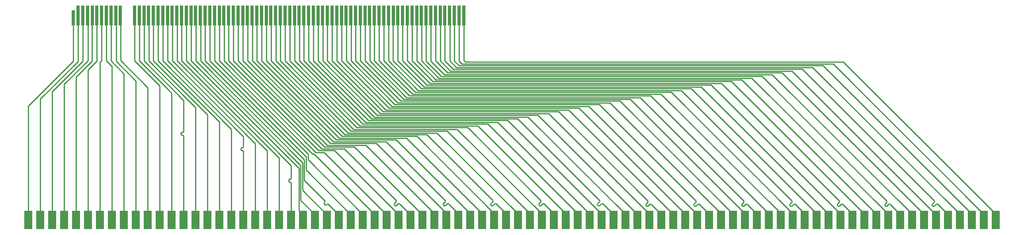
<source format=gtl>
%TF.GenerationSoftware,KiCad,Pcbnew,5.1.6*%
%TF.CreationDate,2020-09-02T12:15:33+02:00*%
%TF.ProjectId,host_adapter,686f7374-5f61-4646-9170-7465722e6b69,rev?*%
%TF.SameCoordinates,Original*%
%TF.FileFunction,Copper,L1,Top*%
%TF.FilePolarity,Positive*%
%FSLAX46Y46*%
G04 Gerber Fmt 4.6, Leading zero omitted, Abs format (unit mm)*
G04 Created by KiCad (PCBNEW 5.1.6) date 2020-09-02 12:15:33*
%MOMM*%
%LPD*%
G01*
G04 APERTURE LIST*
%TA.AperFunction,ConnectorPad*%
%ADD10R,0.700000X4.300000*%
%TD*%
%TA.AperFunction,ConnectorPad*%
%ADD11R,0.700000X3.200000*%
%TD*%
%TA.AperFunction,SMDPad,CuDef*%
%ADD12R,1.700000X4.000000*%
%TD*%
%TA.AperFunction,Conductor*%
%ADD13C,0.250000*%
%TD*%
G04 APERTURE END LIST*
D10*
%TO.P,J4,A82*%
%TO.N,Net-(J3-Pad1)*%
X118790000Y-70050000D03*
%TO.P,J4,A81*%
%TO.N,Net-(J3-Pad2)*%
X117790000Y-70050000D03*
%TO.P,J4,A80*%
%TO.N,Net-(J2-Pad1)*%
X116790000Y-70050000D03*
%TO.P,J4,A79*%
%TO.N,Net-(J2-Pad2)*%
X115790000Y-70050000D03*
%TO.P,J4,A78*%
%TO.N,Net-(J2-Pad3)*%
X114790000Y-70050000D03*
%TO.P,J4,A77*%
%TO.N,Net-(J2-Pad4)*%
X113790000Y-70050000D03*
%TO.P,J4,A76*%
%TO.N,Net-(J2-Pad5)*%
X112790000Y-70050000D03*
%TO.P,J4,A75*%
%TO.N,Net-(J2-Pad6)*%
X111790000Y-70050000D03*
%TO.P,J4,A74*%
%TO.N,Net-(J2-Pad7)*%
X110790000Y-70050000D03*
%TO.P,J4,A73*%
%TO.N,Net-(J2-Pad8)*%
X109790000Y-70050000D03*
%TO.P,J4,A72*%
%TO.N,Net-(J2-Pad9)*%
X108790000Y-70050000D03*
%TO.P,J4,A71*%
%TO.N,Net-(J2-Pad10)*%
X107790000Y-70050000D03*
%TO.P,J4,A70*%
%TO.N,Net-(J2-Pad11)*%
X106790000Y-70050000D03*
%TO.P,J4,A69*%
%TO.N,Net-(J2-Pad12)*%
X105790000Y-70050000D03*
%TO.P,J4,A68*%
%TO.N,Net-(J2-Pad13)*%
X104790000Y-70050000D03*
%TO.P,J4,A67*%
%TO.N,Net-(J2-Pad14)*%
X103790000Y-70050000D03*
%TO.P,J4,A66*%
%TO.N,Net-(J2-Pad15)*%
X102790000Y-70050000D03*
%TO.P,J4,A65*%
%TO.N,Net-(J2-Pad16)*%
X101790000Y-70050000D03*
%TO.P,J4,A64*%
%TO.N,Net-(J2-Pad17)*%
X100790000Y-70050000D03*
%TO.P,J4,A63*%
%TO.N,Net-(J2-Pad18)*%
X99790000Y-70050000D03*
%TO.P,J4,A62*%
%TO.N,Net-(J2-Pad19)*%
X98790000Y-70050000D03*
%TO.P,J4,A61*%
%TO.N,Net-(J2-Pad20)*%
X97790000Y-70050000D03*
%TO.P,J4,A60*%
%TO.N,Net-(J2-Pad21)*%
X96790000Y-70050000D03*
%TO.P,J4,A59*%
%TO.N,Net-(J2-Pad22)*%
X95790000Y-70050000D03*
%TO.P,J4,A58*%
%TO.N,Net-(J2-Pad23)*%
X94790000Y-70050000D03*
%TO.P,J4,A57*%
%TO.N,Net-(J2-Pad24)*%
X93790000Y-70050000D03*
%TO.P,J4,A56*%
%TO.N,Net-(J2-Pad25)*%
X92790000Y-70050000D03*
%TO.P,J4,A55*%
%TO.N,Net-(J2-Pad26)*%
X91790000Y-70050000D03*
%TO.P,J4,A54*%
%TO.N,Net-(J2-Pad27)*%
X90790000Y-70050000D03*
%TO.P,J4,A53*%
%TO.N,Net-(J2-Pad28)*%
X89790000Y-70050000D03*
%TO.P,J4,A52*%
%TO.N,Net-(J2-Pad29)*%
X88790000Y-70050000D03*
%TO.P,J4,A51*%
%TO.N,Net-(J2-Pad30)*%
X87790000Y-70050000D03*
%TO.P,J4,A50*%
%TO.N,Net-(J2-Pad31)*%
X86790000Y-70050000D03*
%TO.P,J4,A49*%
%TO.N,Net-(J2-Pad32)*%
X85790000Y-70050000D03*
%TO.P,J4,A48*%
%TO.N,Net-(J2-Pad33)*%
X84790000Y-70050000D03*
%TO.P,J4,A47*%
%TO.N,Net-(J2-Pad34)*%
X83790000Y-70050000D03*
%TO.P,J4,A46*%
%TO.N,Net-(J2-Pad35)*%
X82790000Y-70050000D03*
%TO.P,J4,A45*%
%TO.N,Net-(J2-Pad36)*%
X81790000Y-70050000D03*
%TO.P,J4,A44*%
%TO.N,Net-(J2-Pad37)*%
X80790000Y-70050000D03*
%TO.P,J4,A43*%
%TO.N,Net-(J2-Pad38)*%
X79790000Y-70050000D03*
%TO.P,J4,A42*%
%TO.N,Net-(J2-Pad39)*%
X78790000Y-70050000D03*
%TO.P,J4,A13*%
%TO.N,Net-(J1-Pad28)*%
X49790000Y-70050000D03*
%TO.P,J4,A12*%
%TO.N,Net-(J1-Pad29)*%
X48790000Y-70050000D03*
%TO.P,J4,A18*%
%TO.N,Net-(J1-Pad23)*%
X54790000Y-70050000D03*
%TO.P,J4,A17*%
%TO.N,Net-(J1-Pad24)*%
X53790000Y-70050000D03*
%TO.P,J4,A16*%
%TO.N,Net-(J1-Pad25)*%
X52790000Y-70050000D03*
%TO.P,J4,A15*%
%TO.N,Net-(J1-Pad26)*%
X51790000Y-70050000D03*
%TO.P,J4,A14*%
%TO.N,Net-(J1-Pad27)*%
X50790000Y-70050000D03*
%TO.P,J4,A11*%
%TO.N,Net-(J1-Pad30)*%
X45790000Y-70050000D03*
%TO.P,J4,A10*%
%TO.N,Net-(J1-Pad31)*%
X44790000Y-70050000D03*
%TO.P,J4,A9*%
%TO.N,Net-(J1-Pad32)*%
X43790000Y-70050000D03*
%TO.P,J4,A8*%
%TO.N,Net-(J1-Pad33)*%
X42790000Y-70050000D03*
%TO.P,J4,A7*%
%TO.N,Net-(J1-Pad34)*%
X41790000Y-70050000D03*
%TO.P,J4,A6*%
%TO.N,Net-(J1-Pad35)*%
X40790000Y-70050000D03*
%TO.P,J4,A5*%
%TO.N,Net-(J1-Pad36)*%
X39790000Y-70050000D03*
%TO.P,J4,A4*%
%TO.N,Net-(J1-Pad37)*%
X38790000Y-70050000D03*
%TO.P,J4,A3*%
%TO.N,Net-(J1-Pad38)*%
X37790000Y-70050000D03*
%TO.P,J4,A2*%
%TO.N,Net-(J1-Pad39)*%
X36790000Y-70050000D03*
D11*
%TO.P,J4,A1*%
%TO.N,Net-(J1-Pad40)*%
X35790000Y-70600000D03*
D10*
%TO.P,J4,A19*%
%TO.N,Net-(J1-Pad22)*%
X55790000Y-70050000D03*
%TO.P,J4,A20*%
%TO.N,Net-(J1-Pad21)*%
X56790000Y-70050000D03*
%TO.P,J4,A21*%
%TO.N,Net-(J1-Pad20)*%
X57790000Y-70050000D03*
%TO.P,J4,A22*%
%TO.N,Net-(J1-Pad19)*%
X58790000Y-70050000D03*
%TO.P,J4,A23*%
%TO.N,Net-(J1-Pad18)*%
X59790000Y-70050000D03*
%TO.P,J4,A24*%
%TO.N,Net-(J1-Pad17)*%
X60790000Y-70050000D03*
%TO.P,J4,A25*%
%TO.N,Net-(J1-Pad16)*%
X61790000Y-70050000D03*
%TO.P,J4,A26*%
%TO.N,Net-(J1-Pad15)*%
X62790000Y-70050000D03*
%TO.P,J4,A27*%
%TO.N,Net-(J1-Pad14)*%
X63790000Y-70050000D03*
%TO.P,J4,A28*%
%TO.N,Net-(J1-Pad13)*%
X64790000Y-70050000D03*
%TO.P,J4,A29*%
%TO.N,Net-(J1-Pad12)*%
X65790000Y-70050000D03*
%TO.P,J4,A30*%
%TO.N,Net-(J1-Pad11)*%
X66790000Y-70050000D03*
%TO.P,J4,A31*%
%TO.N,Net-(J1-Pad10)*%
X67790000Y-70050000D03*
%TO.P,J4,A32*%
%TO.N,Net-(J1-Pad9)*%
X68790000Y-70050000D03*
%TO.P,J4,A33*%
%TO.N,Net-(J1-Pad8)*%
X69790000Y-70050000D03*
%TO.P,J4,A34*%
%TO.N,Net-(J1-Pad7)*%
X70790000Y-70050000D03*
%TO.P,J4,A35*%
%TO.N,Net-(J1-Pad6)*%
X71790000Y-70050000D03*
%TO.P,J4,A36*%
%TO.N,Net-(J1-Pad5)*%
X72790000Y-70050000D03*
%TO.P,J4,A37*%
%TO.N,Net-(J1-Pad4)*%
X73790000Y-70050000D03*
%TO.P,J4,A38*%
%TO.N,Net-(J1-Pad3)*%
X74790000Y-70050000D03*
%TO.P,J4,A39*%
%TO.N,Net-(J1-Pad2)*%
X75790000Y-70050000D03*
%TO.P,J4,A40*%
%TO.N,Net-(J1-Pad1)*%
X76790000Y-70050000D03*
%TO.P,J4,A41*%
%TO.N,Net-(J2-Pad40)*%
X77790000Y-70050000D03*
%TD*%
D12*
%TO.P,J3,1*%
%TO.N,Net-(J3-Pad1)*%
X231955000Y-113680000D03*
%TO.P,J3,2*%
%TO.N,Net-(J3-Pad2)*%
X229415000Y-113680000D03*
%TD*%
%TO.P,J1,1*%
%TO.N,Net-(J1-Pad1)*%
X125275000Y-113680000D03*
%TO.P,J1,2*%
%TO.N,Net-(J1-Pad2)*%
X122735000Y-113680000D03*
%TO.P,J1,3*%
%TO.N,Net-(J1-Pad3)*%
X120195000Y-113680000D03*
%TO.P,J1,4*%
%TO.N,Net-(J1-Pad4)*%
X117655000Y-113680000D03*
%TO.P,J1,5*%
%TO.N,Net-(J1-Pad5)*%
X115115000Y-113680000D03*
%TO.P,J1,6*%
%TO.N,Net-(J1-Pad6)*%
X112575000Y-113680000D03*
%TO.P,J1,7*%
%TO.N,Net-(J1-Pad7)*%
X110035000Y-113680000D03*
%TO.P,J1,8*%
%TO.N,Net-(J1-Pad8)*%
X107495000Y-113680000D03*
%TO.P,J1,9*%
%TO.N,Net-(J1-Pad9)*%
X104955000Y-113680000D03*
%TO.P,J1,10*%
%TO.N,Net-(J1-Pad10)*%
X102415000Y-113680000D03*
%TO.P,J1,11*%
%TO.N,Net-(J1-Pad11)*%
X99875000Y-113680000D03*
%TO.P,J1,12*%
%TO.N,Net-(J1-Pad12)*%
X97335000Y-113680000D03*
%TO.P,J1,13*%
%TO.N,Net-(J1-Pad13)*%
X94795000Y-113680000D03*
%TO.P,J1,14*%
%TO.N,Net-(J1-Pad14)*%
X92255000Y-113680000D03*
%TO.P,J1,15*%
%TO.N,Net-(J1-Pad15)*%
X89715000Y-113680000D03*
%TO.P,J1,16*%
%TO.N,Net-(J1-Pad16)*%
X87175000Y-113680000D03*
%TO.P,J1,17*%
%TO.N,Net-(J1-Pad17)*%
X84635000Y-113680000D03*
%TO.P,J1,18*%
%TO.N,Net-(J1-Pad18)*%
X82095000Y-113680000D03*
%TO.P,J1,19*%
%TO.N,Net-(J1-Pad19)*%
X79555000Y-113680000D03*
%TO.P,J1,20*%
%TO.N,Net-(J1-Pad20)*%
X77015000Y-113680000D03*
%TO.P,J1,21*%
%TO.N,Net-(J1-Pad21)*%
X74475000Y-113680000D03*
%TO.P,J1,22*%
%TO.N,Net-(J1-Pad22)*%
X71935000Y-113680000D03*
%TO.P,J1,23*%
%TO.N,Net-(J1-Pad23)*%
X69395000Y-113680000D03*
%TO.P,J1,24*%
%TO.N,Net-(J1-Pad24)*%
X66855000Y-113680000D03*
%TO.P,J1,25*%
%TO.N,Net-(J1-Pad25)*%
X64315000Y-113680000D03*
%TO.P,J1,26*%
%TO.N,Net-(J1-Pad26)*%
X61775000Y-113680000D03*
%TO.P,J1,27*%
%TO.N,Net-(J1-Pad27)*%
X59235000Y-113680000D03*
%TO.P,J1,28*%
%TO.N,Net-(J1-Pad28)*%
X56695000Y-113680000D03*
%TO.P,J1,29*%
%TO.N,Net-(J1-Pad29)*%
X54155000Y-113680000D03*
%TO.P,J1,30*%
%TO.N,Net-(J1-Pad30)*%
X51615000Y-113680000D03*
%TO.P,J1,31*%
%TO.N,Net-(J1-Pad31)*%
X49075000Y-113680000D03*
%TO.P,J1,32*%
%TO.N,Net-(J1-Pad32)*%
X46535000Y-113680000D03*
%TO.P,J1,33*%
%TO.N,Net-(J1-Pad33)*%
X43995000Y-113680000D03*
%TO.P,J1,34*%
%TO.N,Net-(J1-Pad34)*%
X41455000Y-113680000D03*
%TO.P,J1,35*%
%TO.N,Net-(J1-Pad35)*%
X38915000Y-113680000D03*
%TO.P,J1,36*%
%TO.N,Net-(J1-Pad36)*%
X36375000Y-113680000D03*
%TO.P,J1,37*%
%TO.N,Net-(J1-Pad37)*%
X33835000Y-113680000D03*
%TO.P,J1,38*%
%TO.N,Net-(J1-Pad38)*%
X31295000Y-113680000D03*
%TO.P,J1,39*%
%TO.N,Net-(J1-Pad39)*%
X28755000Y-113680000D03*
%TO.P,J1,40*%
%TO.N,Net-(J1-Pad40)*%
X26215000Y-113680000D03*
%TD*%
%TO.P,J2,1*%
%TO.N,Net-(J2-Pad1)*%
X226875000Y-113680000D03*
%TO.P,J2,2*%
%TO.N,Net-(J2-Pad2)*%
X224335000Y-113680000D03*
%TO.P,J2,3*%
%TO.N,Net-(J2-Pad3)*%
X221795000Y-113680000D03*
%TO.P,J2,4*%
%TO.N,Net-(J2-Pad4)*%
X219255000Y-113680000D03*
%TO.P,J2,5*%
%TO.N,Net-(J2-Pad5)*%
X216715000Y-113680000D03*
%TO.P,J2,6*%
%TO.N,Net-(J2-Pad6)*%
X214175000Y-113680000D03*
%TO.P,J2,7*%
%TO.N,Net-(J2-Pad7)*%
X211635000Y-113680000D03*
%TO.P,J2,8*%
%TO.N,Net-(J2-Pad8)*%
X209095000Y-113680000D03*
%TO.P,J2,9*%
%TO.N,Net-(J2-Pad9)*%
X206555000Y-113680000D03*
%TO.P,J2,10*%
%TO.N,Net-(J2-Pad10)*%
X204015000Y-113680000D03*
%TO.P,J2,11*%
%TO.N,Net-(J2-Pad11)*%
X201475000Y-113680000D03*
%TO.P,J2,12*%
%TO.N,Net-(J2-Pad12)*%
X198935000Y-113680000D03*
%TO.P,J2,13*%
%TO.N,Net-(J2-Pad13)*%
X196395000Y-113680000D03*
%TO.P,J2,14*%
%TO.N,Net-(J2-Pad14)*%
X193855000Y-113680000D03*
%TO.P,J2,15*%
%TO.N,Net-(J2-Pad15)*%
X191315000Y-113680000D03*
%TO.P,J2,16*%
%TO.N,Net-(J2-Pad16)*%
X188775000Y-113680000D03*
%TO.P,J2,17*%
%TO.N,Net-(J2-Pad17)*%
X186235000Y-113680000D03*
%TO.P,J2,18*%
%TO.N,Net-(J2-Pad18)*%
X183695000Y-113680000D03*
%TO.P,J2,19*%
%TO.N,Net-(J2-Pad19)*%
X181155000Y-113680000D03*
%TO.P,J2,20*%
%TO.N,Net-(J2-Pad20)*%
X178615000Y-113680000D03*
%TO.P,J2,21*%
%TO.N,Net-(J2-Pad21)*%
X176075000Y-113680000D03*
%TO.P,J2,22*%
%TO.N,Net-(J2-Pad22)*%
X173535000Y-113680000D03*
%TO.P,J2,23*%
%TO.N,Net-(J2-Pad23)*%
X170995000Y-113680000D03*
%TO.P,J2,24*%
%TO.N,Net-(J2-Pad24)*%
X168455000Y-113680000D03*
%TO.P,J2,25*%
%TO.N,Net-(J2-Pad25)*%
X165915000Y-113680000D03*
%TO.P,J2,26*%
%TO.N,Net-(J2-Pad26)*%
X163375000Y-113680000D03*
%TO.P,J2,27*%
%TO.N,Net-(J2-Pad27)*%
X160835000Y-113680000D03*
%TO.P,J2,28*%
%TO.N,Net-(J2-Pad28)*%
X158295000Y-113680000D03*
%TO.P,J2,29*%
%TO.N,Net-(J2-Pad29)*%
X155755000Y-113680000D03*
%TO.P,J2,30*%
%TO.N,Net-(J2-Pad30)*%
X153215000Y-113680000D03*
%TO.P,J2,31*%
%TO.N,Net-(J2-Pad31)*%
X150675000Y-113680000D03*
%TO.P,J2,32*%
%TO.N,Net-(J2-Pad32)*%
X148135000Y-113680000D03*
%TO.P,J2,33*%
%TO.N,Net-(J2-Pad33)*%
X145595000Y-113680000D03*
%TO.P,J2,34*%
%TO.N,Net-(J2-Pad34)*%
X143055000Y-113680000D03*
%TO.P,J2,35*%
%TO.N,Net-(J2-Pad35)*%
X140515000Y-113680000D03*
%TO.P,J2,36*%
%TO.N,Net-(J2-Pad36)*%
X137975000Y-113680000D03*
%TO.P,J2,37*%
%TO.N,Net-(J2-Pad37)*%
X135435000Y-113680000D03*
%TO.P,J2,38*%
%TO.N,Net-(J2-Pad38)*%
X132895000Y-113680000D03*
%TO.P,J2,39*%
%TO.N,Net-(J2-Pad39)*%
X130355000Y-113680000D03*
%TO.P,J2,40*%
%TO.N,Net-(J2-Pad40)*%
X127815000Y-113680000D03*
%TD*%
D13*
%TO.N,Net-(J1-Pad1)*%
X108809419Y-95834419D02*
X92909419Y-95834419D01*
X92909419Y-95834419D02*
X76815000Y-79740000D01*
X76815000Y-79740000D02*
X76815000Y-78200000D01*
X125575000Y-112600000D02*
X108809419Y-95834419D01*
X76815000Y-78200000D02*
X76815000Y-69800000D01*
%TO.N,Net-(J1-Pad2)*%
X75815000Y-79740000D02*
X75815000Y-78200000D01*
X106586429Y-96211429D02*
X92286429Y-96211429D01*
X123035000Y-112660000D02*
X106586429Y-96211429D01*
X92286429Y-96211429D02*
X75815000Y-79740000D01*
X75815000Y-78200000D02*
X75815000Y-69800000D01*
%TO.N,Net-(J1-Pad3)*%
X120495000Y-112620000D02*
X104463439Y-96588439D01*
X104463439Y-96588439D02*
X91663439Y-96588439D01*
X91663439Y-96588439D02*
X74815000Y-79740000D01*
X74815000Y-79740000D02*
X74815000Y-78200000D01*
X74815000Y-78200000D02*
X74815000Y-69800000D01*
%TO.N,Net-(J1-Pad4)*%
X114492157Y-110531370D02*
X114544679Y-110573255D01*
X114605205Y-110602402D02*
X114670699Y-110617351D01*
X114421124Y-110418322D02*
X114450272Y-110478848D01*
X114803372Y-110602402D02*
X114863898Y-110573255D01*
X114863898Y-110573255D02*
X114916421Y-110531370D01*
X114450272Y-110159629D02*
X114421124Y-110220155D01*
X115571005Y-110206642D02*
X115623528Y-110248528D01*
X115510479Y-110177494D02*
X115571005Y-110206642D01*
X115444985Y-110162545D02*
X115510479Y-110177494D01*
X114544679Y-110573255D02*
X114605205Y-110602402D01*
X114450272Y-110478848D02*
X114492157Y-110531370D01*
X73815000Y-79740000D02*
X91040449Y-96965449D01*
X115623528Y-110248528D02*
X117655000Y-112280000D01*
X115251786Y-110206642D02*
X115312312Y-110177494D01*
X114816885Y-109771741D02*
X114775000Y-109824264D01*
X114860981Y-109645721D02*
X114846032Y-109711215D01*
X73815000Y-78200000D02*
X73815000Y-79740000D01*
X114406175Y-110285649D02*
X114406175Y-110352828D01*
X114670699Y-110617351D02*
X114737878Y-110617351D01*
X114406175Y-110352828D02*
X114421124Y-110418322D01*
X115377806Y-110162545D02*
X115444985Y-110162545D01*
X114816885Y-109452522D02*
X114846032Y-109513048D01*
X91040449Y-96965449D02*
X102340449Y-96965449D01*
X115199263Y-110248527D02*
X115251786Y-110206642D01*
X114860981Y-109578542D02*
X114860981Y-109645721D01*
X102340449Y-96965449D02*
X114775000Y-109400000D01*
X114775000Y-109824264D02*
X114492157Y-110107106D01*
X114846032Y-109711215D02*
X114816885Y-109771741D01*
X114737878Y-110617351D02*
X114803372Y-110602402D01*
X117655000Y-112280000D02*
X117655000Y-113680000D01*
X115312312Y-110177494D02*
X115377806Y-110162545D01*
X114846032Y-109513048D02*
X114860981Y-109578542D01*
X114775000Y-109400000D02*
X114816885Y-109452522D01*
X114492157Y-110107106D02*
X114450272Y-110159629D01*
X114421124Y-110220155D02*
X114406175Y-110285649D01*
X114916421Y-110531370D02*
X115199263Y-110248527D01*
X73815000Y-78200000D02*
X73815000Y-69800000D01*
%TO.N,Net-(J1-Pad5)*%
X90417459Y-97342459D02*
X72815000Y-79740000D01*
X100217459Y-97342459D02*
X90417459Y-97342459D01*
X115415000Y-112540000D02*
X100217459Y-97342459D01*
X72815000Y-79740000D02*
X72815000Y-78200000D01*
X72815000Y-78200000D02*
X72815000Y-69800000D01*
%TO.N,Net-(J1-Pad6)*%
X112875000Y-112600000D02*
X97994469Y-97719469D01*
X71815000Y-79740000D02*
X71815000Y-78200000D01*
X89794469Y-97719469D02*
X71815000Y-79740000D01*
X97994469Y-97719469D02*
X89794469Y-97719469D01*
X71815000Y-78200000D02*
X71815000Y-69800000D01*
%TO.N,Net-(J1-Pad7)*%
X95571479Y-98096479D02*
X89171479Y-98096479D01*
X110035000Y-112560000D02*
X95571479Y-98096479D01*
X110035000Y-113680000D02*
X110035000Y-112560000D01*
X89171479Y-98096479D02*
X70815000Y-79740000D01*
X70815000Y-79740000D02*
X70815000Y-78200000D01*
X70815000Y-78200000D02*
X70815000Y-69800000D01*
%TO.N,Net-(J1-Pad8)*%
X104416885Y-109771741D02*
X104375000Y-109824264D01*
X69815000Y-79740000D02*
X88548489Y-98473489D01*
X69815000Y-78200000D02*
X69815000Y-79740000D01*
X88548489Y-98473489D02*
X93448489Y-98473489D01*
X107495000Y-112520000D02*
X107495000Y-113680000D01*
X104912312Y-110177494D02*
X104977806Y-110162545D01*
X104375000Y-109824264D02*
X104092157Y-110107106D01*
X104270699Y-110617351D02*
X104337878Y-110617351D01*
X93448489Y-98473489D02*
X104375000Y-109400000D01*
X105110479Y-110177494D02*
X105171005Y-110206642D01*
X104460981Y-109578542D02*
X104460981Y-109645721D01*
X104446032Y-109711215D02*
X104416885Y-109771741D01*
X104446032Y-109513048D02*
X104460981Y-109578542D01*
X104463898Y-110573255D02*
X104516421Y-110531370D01*
X104416885Y-109452522D02*
X104446032Y-109513048D01*
X104092157Y-110107106D02*
X104050272Y-110159629D01*
X104375000Y-109400000D02*
X104416885Y-109452522D01*
X104205205Y-110602402D02*
X104270699Y-110617351D01*
X104977806Y-110162545D02*
X105044985Y-110162545D01*
X105044985Y-110162545D02*
X105110479Y-110177494D01*
X104851786Y-110206642D02*
X104912312Y-110177494D01*
X104403372Y-110602402D02*
X104463898Y-110573255D01*
X104006175Y-110285649D02*
X104006175Y-110352828D01*
X104021124Y-110418322D02*
X104050272Y-110478848D01*
X104050272Y-110478848D02*
X104092157Y-110531370D01*
X104006175Y-110352828D02*
X104021124Y-110418322D01*
X104144679Y-110573255D02*
X104205205Y-110602402D01*
X104516421Y-110531370D02*
X104799263Y-110248527D01*
X104050272Y-110159629D02*
X104021124Y-110220155D01*
X104021124Y-110220155D02*
X104006175Y-110285649D01*
X105171005Y-110206642D02*
X105223528Y-110248528D01*
X104092157Y-110531370D02*
X104144679Y-110573255D01*
X104460981Y-109645721D02*
X104446032Y-109711215D01*
X104337878Y-110617351D02*
X104403372Y-110602402D01*
X104799263Y-110248527D02*
X104851786Y-110206642D01*
X107495000Y-112520000D02*
X105223528Y-110248528D01*
X69815000Y-78200000D02*
X69815000Y-69800000D01*
%TO.N,Net-(J1-Pad9)*%
X104955000Y-113680000D02*
X104955000Y-112480000D01*
X104955000Y-112480000D02*
X91325499Y-98850499D01*
X68815000Y-79740000D02*
X68815000Y-78200000D01*
X87925499Y-98850499D02*
X68815000Y-79740000D01*
X91325499Y-98850499D02*
X87925499Y-98850499D01*
X68815000Y-78200000D02*
X68815000Y-69800000D01*
%TO.N,Net-(J1-Pad10)*%
X87302509Y-99227509D02*
X67815000Y-79740000D01*
X67815000Y-79740000D02*
X67815000Y-78200000D01*
X89102509Y-99227509D02*
X87302509Y-99227509D01*
X102415000Y-112540000D02*
X89102509Y-99227509D01*
X102415000Y-113680000D02*
X102415000Y-112540000D01*
X67815000Y-78200000D02*
X67815000Y-69800000D01*
%TO.N,Net-(J1-Pad11)*%
X86675000Y-99600000D02*
X66815000Y-79740000D01*
X99875000Y-113680000D02*
X99875000Y-112500000D01*
X66815000Y-79740000D02*
X66815000Y-78200000D01*
X99875000Y-112500000D02*
X86975000Y-99600000D01*
X86975000Y-99600000D02*
X86675000Y-99600000D01*
X66815000Y-78200000D02*
X66815000Y-69800000D01*
%TO.N,Net-(J1-Pad12)*%
X97335000Y-113680000D02*
X97335000Y-112460000D01*
X85675000Y-99600000D02*
X85675000Y-100800000D01*
X97335000Y-112460000D02*
X85675000Y-100800000D01*
X73992209Y-87917209D02*
X85675000Y-99600000D01*
X65815000Y-79740000D02*
X73992209Y-87917209D01*
X65815000Y-78200000D02*
X65815000Y-79740000D01*
X65815000Y-78200000D02*
X65815000Y-69800000D01*
%TO.N,Net-(J1-Pad13)*%
X85275000Y-103000000D02*
X85275000Y-100200000D01*
X94795000Y-113680000D02*
X94795000Y-112520000D01*
X85275000Y-100200000D02*
X64815000Y-79740000D01*
X64815000Y-79740000D02*
X64815000Y-78200000D01*
X94795000Y-112520000D02*
X85275000Y-103000000D01*
X64815000Y-78200000D02*
X64815000Y-69800000D01*
%TO.N,Net-(J1-Pad14)*%
X89957615Y-110292868D02*
X90008246Y-110333245D01*
X89257884Y-109736870D02*
X89243474Y-109800005D01*
X89106525Y-110017958D02*
X89092115Y-110081093D01*
X89175000Y-110317964D02*
X89190281Y-110333245D01*
X89362393Y-110416130D02*
X89427152Y-110416130D01*
X89427152Y-110416130D02*
X89490287Y-110401720D01*
X89490287Y-110401720D02*
X89548633Y-110373622D01*
X90008246Y-110333245D02*
X90023528Y-110348528D01*
X89215376Y-109858351D02*
X89134623Y-109959612D01*
X89708240Y-110264770D02*
X89771375Y-110250360D01*
X89243474Y-109800005D02*
X89215376Y-109858351D01*
X89134623Y-110267333D02*
X89175000Y-110317964D01*
X89899269Y-110264770D02*
X89957615Y-110292868D01*
X89299258Y-110401720D02*
X89362393Y-110416130D01*
X92255000Y-112580000D02*
X92255000Y-113680000D01*
X89649894Y-110292868D02*
X89708240Y-110264770D01*
X89106525Y-110208987D02*
X89134623Y-110267333D01*
X63815000Y-78200000D02*
X63815000Y-79740000D01*
X63815000Y-79740000D02*
X84897990Y-100822990D01*
X89092115Y-110081093D02*
X89092115Y-110145852D01*
X89092115Y-110145852D02*
X89106525Y-110208987D01*
X92255000Y-113680000D02*
X92255000Y-112579999D01*
X89771375Y-110250360D02*
X89836134Y-110250360D01*
X89836134Y-110250360D02*
X89899269Y-110264770D01*
X84897990Y-105222990D02*
X89175000Y-109500000D01*
X89190281Y-110333245D02*
X89240912Y-110373622D01*
X89215376Y-109550630D02*
X89243474Y-109608976D01*
X89257884Y-109672111D02*
X89257884Y-109736870D01*
X89243474Y-109608976D02*
X89257884Y-109672111D01*
X84897990Y-100822990D02*
X84897990Y-105222990D01*
X92255000Y-112579999D02*
X90008246Y-110333245D01*
X89134623Y-109959612D02*
X89106525Y-110017958D01*
X89240912Y-110373622D02*
X89299258Y-110401720D01*
X89548633Y-110373622D02*
X89649894Y-110292868D01*
X89175000Y-109500000D02*
X89215376Y-109550630D01*
X63815000Y-78200000D02*
X63815000Y-69800000D01*
%TO.N,Net-(J1-Pad15)*%
X89715000Y-113680000D02*
X89715000Y-112540000D01*
X62815000Y-79740000D02*
X62815000Y-78200000D01*
X84520980Y-107345980D02*
X84520980Y-101445980D01*
X89715000Y-112540000D02*
X84520980Y-107345980D01*
X84520980Y-101445980D02*
X62815000Y-79740000D01*
X62815000Y-78200000D02*
X62815000Y-69800000D01*
%TO.N,Net-(J1-Pad16)*%
X84143970Y-109468970D02*
X84143970Y-102068970D01*
X61815000Y-79740000D02*
X61815000Y-78200000D01*
X87175000Y-112500000D02*
X84143970Y-109468970D01*
X84143970Y-102068970D02*
X61815000Y-79740000D01*
X87175000Y-113680000D02*
X87175000Y-112500000D01*
X61815000Y-78200000D02*
X61815000Y-69800000D01*
%TO.N,Net-(J1-Pad17)*%
X84635000Y-113680000D02*
X84635000Y-112560000D01*
X60815000Y-79740000D02*
X60815000Y-78200000D01*
X83766960Y-106791960D02*
X83766960Y-102691960D01*
X83766960Y-111691960D02*
X83766960Y-106791960D01*
X84635000Y-112560000D02*
X83766960Y-111691960D01*
X83766960Y-102691960D02*
X60815000Y-79740000D01*
X60815000Y-78200000D02*
X60815000Y-69800000D01*
%TO.N,Net-(J1-Pad18)*%
X82095000Y-109020798D02*
X82095000Y-113680000D01*
X82087745Y-105794285D02*
X82095000Y-105858668D01*
X81625268Y-105032457D02*
X81579454Y-105078271D01*
X81680127Y-104997987D02*
X81625268Y-105032457D01*
X81741282Y-104976588D02*
X81680127Y-104997987D01*
X82031876Y-104860396D02*
X81986062Y-104906210D01*
X59815000Y-79740000D02*
X82095000Y-102020000D01*
X81523585Y-105194285D02*
X81516331Y-105258668D01*
X81516331Y-105258668D02*
X81516331Y-105280000D01*
X81870048Y-104962079D02*
X81741282Y-104976588D01*
X82066346Y-104805537D02*
X82031876Y-104860396D01*
X81931203Y-104940680D02*
X81870048Y-104962079D01*
X81516331Y-105280000D02*
X81523585Y-105344382D01*
X82095000Y-102020000D02*
X82095000Y-104680000D01*
X81986062Y-105632457D02*
X82031876Y-105678271D01*
X82095000Y-105858668D02*
X82095000Y-109020798D01*
X81523585Y-105344382D02*
X81544984Y-105405537D01*
X81986062Y-104906210D02*
X81931203Y-104940680D01*
X81870048Y-105576588D02*
X81931203Y-105597987D01*
X59815000Y-78200000D02*
X59815000Y-79740000D01*
X82031876Y-105678271D02*
X82066346Y-105733130D01*
X81544984Y-105133130D02*
X81523585Y-105194285D01*
X81544984Y-105405537D02*
X81579454Y-105460396D01*
X81579454Y-105460396D02*
X81625268Y-105506210D01*
X82087745Y-104744382D02*
X82066346Y-104805537D01*
X81579454Y-105078271D02*
X81544984Y-105133130D01*
X82066346Y-105733130D02*
X82087745Y-105794285D01*
X81625268Y-105506210D02*
X81680127Y-105540680D01*
X82095000Y-104680000D02*
X82087745Y-104744382D01*
X81680127Y-105540680D02*
X81741282Y-105562079D01*
X81741282Y-105562079D02*
X81870048Y-105576588D01*
X81931203Y-105597987D02*
X81986062Y-105632457D01*
X59815000Y-78200000D02*
X59815000Y-69800000D01*
%TO.N,Net-(J1-Pad19)*%
X58815000Y-79740000D02*
X58815000Y-78200000D01*
X79555000Y-113680000D02*
X79555000Y-100480000D01*
X79555000Y-100480000D02*
X58815000Y-79740000D01*
X58815000Y-78200000D02*
X58815000Y-69800000D01*
%TO.N,Net-(J1-Pad20)*%
X77015000Y-113680000D02*
X77015000Y-98940000D01*
X57815000Y-79740000D02*
X57815000Y-78200000D01*
X77015000Y-98940000D02*
X57815000Y-79740000D01*
X57815000Y-78200000D02*
X57815000Y-69800000D01*
%TO.N,Net-(J1-Pad21)*%
X56815000Y-79740000D02*
X56815000Y-78200000D01*
X74475000Y-113680000D02*
X74475000Y-97400000D01*
X74475000Y-97400000D02*
X56815000Y-79740000D01*
X56815000Y-78200000D02*
X56815000Y-69800000D01*
%TO.N,Net-(J1-Pad22)*%
X71710135Y-98221971D02*
X71581417Y-98236474D01*
X71826104Y-98166123D02*
X71771266Y-98200580D01*
X71771266Y-98200580D02*
X71710135Y-98221971D01*
X71906357Y-98065489D02*
X71871900Y-98120327D01*
X55815000Y-78200000D02*
X55815000Y-79740000D01*
X71356553Y-98540000D02*
X71363804Y-98604358D01*
X71871900Y-98938118D02*
X71906357Y-98992956D01*
X55815000Y-79740000D02*
X71935000Y-95860000D01*
X71385195Y-98665489D02*
X71419652Y-98720327D01*
X71465448Y-98292322D02*
X71419652Y-98338118D01*
X71419652Y-98338118D02*
X71385195Y-98392956D01*
X71363804Y-98454087D02*
X71356553Y-98518446D01*
X71419652Y-98720327D02*
X71465448Y-98766123D01*
X71385195Y-98392956D02*
X71363804Y-98454087D01*
X71906357Y-98992956D02*
X71927748Y-99054087D01*
X71581417Y-98236474D02*
X71520286Y-98257865D01*
X71935000Y-97940000D02*
X71927748Y-98004358D01*
X71935000Y-95860000D02*
X71935000Y-97940000D01*
X71356553Y-98518446D02*
X71356553Y-98540000D01*
X71363804Y-98604358D02*
X71385195Y-98665489D01*
X71465448Y-98766123D02*
X71520286Y-98800580D01*
X71520286Y-98257865D02*
X71465448Y-98292322D01*
X71520286Y-98800580D02*
X71581417Y-98821971D01*
X71581417Y-98821971D02*
X71710135Y-98836474D01*
X71935000Y-99118446D02*
X71935000Y-101790630D01*
X71935000Y-101790630D02*
X71935000Y-113680000D01*
X71710135Y-98836474D02*
X71771266Y-98857865D01*
X71771266Y-98857865D02*
X71826104Y-98892322D01*
X71927748Y-99054087D02*
X71935000Y-99118446D01*
X71826104Y-98892322D02*
X71871900Y-98938118D01*
X71927748Y-98004358D02*
X71906357Y-98065489D01*
X71871900Y-98120327D02*
X71826104Y-98166123D01*
X55815000Y-78200000D02*
X55815000Y-69800000D01*
%TO.N,Net-(J1-Pad23)*%
X69395000Y-113680000D02*
X69395000Y-94320000D01*
X69395000Y-94320000D02*
X54815000Y-79740000D01*
X54815000Y-79740000D02*
X54815000Y-78200000D01*
X54815000Y-78200000D02*
X54815000Y-69800000D01*
%TO.N,Net-(J1-Pad24)*%
X66855000Y-113680000D02*
X66855000Y-92780000D01*
X66855000Y-92780000D02*
X53815000Y-79740000D01*
X53815000Y-79740000D02*
X53815000Y-78200000D01*
X53815000Y-78200000D02*
X53815000Y-69800000D01*
%TO.N,Net-(J1-Pad25)*%
X52815000Y-79740000D02*
X52815000Y-78200000D01*
X64315000Y-91240000D02*
X52815000Y-79740000D01*
X64315000Y-113680000D02*
X64315000Y-91240000D01*
X52815000Y-78200000D02*
X52815000Y-70000000D01*
%TO.N,Net-(J1-Pad26)*%
X51815000Y-78200000D02*
X51815000Y-79740000D01*
X51815000Y-79740000D02*
X59925000Y-87850000D01*
X59925000Y-87850000D02*
X59992209Y-87917209D01*
X61775000Y-113680000D02*
X61775000Y-89700000D01*
X61775000Y-89700000D02*
X59925000Y-87850000D01*
X51815000Y-78200000D02*
X51815000Y-70100000D01*
%TO.N,Net-(J1-Pad27)*%
X59122046Y-95625450D02*
X59169549Y-95672953D01*
X59065165Y-94930290D02*
X59001756Y-94952478D01*
X58908831Y-95560000D02*
X58935000Y-95560000D01*
X58935000Y-94960000D02*
X58908831Y-94960000D01*
X59001756Y-94952478D02*
X58935000Y-94960000D01*
X59122046Y-94894549D02*
X59065165Y-94930290D01*
X58842074Y-94967521D02*
X58778665Y-94989709D01*
X58908831Y-94960000D02*
X58842074Y-94967521D01*
X58721784Y-95025450D02*
X58674281Y-95072953D01*
X58638540Y-95129834D02*
X58616352Y-95193243D01*
X58638540Y-95390165D02*
X58674281Y-95447046D01*
X59235000Y-97723676D02*
X59235000Y-113680000D01*
X58721784Y-95494549D02*
X58778665Y-95530290D01*
X58935000Y-95560000D02*
X59001756Y-95567521D01*
X59227478Y-94726756D02*
X59205290Y-94790165D01*
X59205290Y-94790165D02*
X59169549Y-94847046D01*
X50815000Y-78200000D02*
X50815000Y-79740000D01*
X59235000Y-95860000D02*
X59235000Y-97723676D01*
X59001756Y-95567521D02*
X59065165Y-95589709D01*
X59169549Y-94847046D02*
X59122046Y-94894549D01*
X59065165Y-95589709D02*
X59122046Y-95625450D01*
X59235000Y-94660000D02*
X59227478Y-94726756D01*
X59235000Y-88160000D02*
X59235000Y-94660000D01*
X58674281Y-95072953D02*
X58638540Y-95129834D01*
X50815000Y-79740000D02*
X59235000Y-88160000D01*
X59227478Y-95793243D02*
X59235000Y-95860000D01*
X58616352Y-95193243D02*
X58608831Y-95260000D01*
X58778665Y-94989709D02*
X58721784Y-95025450D01*
X58608831Y-95260000D02*
X58616352Y-95326756D01*
X58616352Y-95326756D02*
X58638540Y-95390165D01*
X58674281Y-95447046D02*
X58721784Y-95494549D01*
X58778665Y-95530290D02*
X58842074Y-95552478D01*
X58842074Y-95552478D02*
X58908831Y-95560000D01*
X59169549Y-95672953D02*
X59205290Y-95729834D01*
X59205290Y-95729834D02*
X59227478Y-95793243D01*
X50815000Y-78200000D02*
X50815000Y-69800000D01*
%TO.N,Net-(J1-Pad28)*%
X56695000Y-113680000D02*
X56695000Y-86620000D01*
X56695000Y-86620000D02*
X55725000Y-85650000D01*
X49815000Y-79740000D02*
X55725000Y-85650000D01*
X49815000Y-78200000D02*
X49815000Y-79740000D01*
X49815000Y-78200000D02*
X49815000Y-70200000D01*
%TO.N,Net-(J1-Pad29)*%
X48815000Y-78200000D02*
X48815000Y-79740000D01*
X54155000Y-113680000D02*
X54155000Y-85080000D01*
X54155000Y-85080000D02*
X48815000Y-79740000D01*
X48815000Y-71115000D02*
X48740000Y-71040000D01*
X48815000Y-78200000D02*
X48815000Y-71115000D01*
%TO.N,Net-(J1-Pad30)*%
X45815000Y-78200000D02*
X45815000Y-79640000D01*
X51615000Y-113680000D02*
X51615000Y-86040000D01*
X45815000Y-79640000D02*
X51615000Y-85440000D01*
X51615000Y-85440000D02*
X51615000Y-86040000D01*
X45815000Y-78200000D02*
X45815000Y-70700000D01*
%TO.N,Net-(J1-Pad31)*%
X44875000Y-79800000D02*
X44875000Y-78200000D01*
X49075000Y-84000000D02*
X44875000Y-79800000D01*
X49075000Y-113680000D02*
X49075000Y-84000000D01*
X44875000Y-78200000D02*
X44875000Y-70400000D01*
%TO.N,Net-(J1-Pad32)*%
X43775000Y-79700000D02*
X43775000Y-78400000D01*
X46535000Y-113680000D02*
X46535000Y-82460000D01*
X46535000Y-82460000D02*
X43775000Y-79700000D01*
X43775000Y-78400000D02*
X43775000Y-70200000D01*
%TO.N,Net-(J1-Pad33)*%
X43995000Y-113680000D02*
X43995000Y-80920000D01*
X42775000Y-79700000D02*
X42775000Y-78300000D01*
X43995000Y-80920000D02*
X42775000Y-79700000D01*
X42775000Y-78300000D02*
X42775000Y-70400000D01*
%TO.N,Net-(J1-Pad34)*%
X41775000Y-79700000D02*
X41775000Y-78400000D01*
X41455000Y-80020000D02*
X41775000Y-79700000D01*
X41455000Y-113680000D02*
X41455000Y-80020000D01*
X41775000Y-78400000D02*
X41775000Y-70000000D01*
%TO.N,Net-(J1-Pad35)*%
X38915000Y-113680000D02*
X38915000Y-81660000D01*
X40775000Y-79800000D02*
X40775000Y-78300000D01*
X38915000Y-81660000D02*
X40775000Y-79800000D01*
X40775000Y-78300000D02*
X40775000Y-70000000D01*
%TO.N,Net-(J1-Pad36)*%
X36375000Y-83200000D02*
X39775000Y-79800000D01*
X36375000Y-113680000D02*
X36375000Y-83200000D01*
X39775000Y-79800000D02*
X39775000Y-78300000D01*
X39775000Y-78300000D02*
X39775000Y-70100000D01*
%TO.N,Net-(J1-Pad37)*%
X33835000Y-113680000D02*
X33835000Y-84740000D01*
X38875000Y-79700000D02*
X38875000Y-78200000D01*
X33835000Y-84740000D02*
X38875000Y-79700000D01*
X38875000Y-78200000D02*
X38875000Y-70100000D01*
%TO.N,Net-(J1-Pad38)*%
X31295000Y-113680000D02*
X31295000Y-86280000D01*
X31295000Y-86280000D02*
X37775000Y-79800000D01*
X37775000Y-79800000D02*
X37775000Y-78300000D01*
X37775000Y-78300000D02*
X37775000Y-70000000D01*
%TO.N,Net-(J1-Pad39)*%
X28755000Y-87863602D02*
X36775000Y-79843602D01*
X28755000Y-113680000D02*
X28755000Y-87863602D01*
X36775000Y-79843602D02*
X36775000Y-78300000D01*
X36775000Y-78300000D02*
X36775000Y-70030000D01*
%TO.N,Net-(J1-Pad40)*%
X26215000Y-89360000D02*
X35775000Y-79800000D01*
X35775000Y-79800000D02*
X35775000Y-78200000D01*
X26215000Y-113680000D02*
X26215000Y-89360000D01*
X35775000Y-78200000D02*
X35775000Y-70580000D01*
%TO.N,Net-(J2-Pad1)*%
X116775000Y-79763602D02*
X116775000Y-78300000D01*
X227175000Y-112730000D02*
X195199020Y-80754020D01*
X117765418Y-80754020D02*
X116775000Y-79763602D01*
X195199020Y-80754020D02*
X117765418Y-80754020D01*
X116775000Y-78300000D02*
X116775000Y-69925000D01*
%TO.N,Net-(J2-Pad2)*%
X115815000Y-78200000D02*
X115815000Y-69800000D01*
X115815000Y-78200000D02*
X115815000Y-79740000D01*
X117506030Y-81131030D02*
X189743970Y-81131030D01*
X224635000Y-112760000D02*
X193006030Y-81131030D01*
X193006030Y-81131030D02*
X189743970Y-81131030D01*
X117206030Y-81131030D02*
X117506030Y-81131030D01*
X115815000Y-79740000D02*
X117206030Y-81131030D01*
%TO.N,Net-(J2-Pad3)*%
X221775000Y-112500000D02*
X221775000Y-113700000D01*
X219571005Y-110306642D02*
X219581642Y-110306642D01*
X218816885Y-109871741D02*
X218846032Y-109811215D01*
X218860981Y-109745721D02*
X218860981Y-109678542D01*
X218863898Y-110673255D02*
X218803372Y-110702402D01*
X219312312Y-110277494D02*
X219251786Y-110306642D01*
X219571005Y-110306642D02*
X219510479Y-110277494D01*
X218406175Y-110452828D02*
X218406175Y-110385649D01*
X219199263Y-110348527D02*
X218916421Y-110631370D01*
X116539867Y-81508039D02*
X114775000Y-79743172D01*
X218605205Y-110702402D02*
X218544679Y-110673255D01*
X218846032Y-109811215D02*
X218860981Y-109745721D01*
X218492157Y-110207106D02*
X218775000Y-109924264D01*
X218775000Y-109500000D02*
X190783040Y-81508040D01*
X218450272Y-110578848D02*
X218421124Y-110518322D01*
X219444985Y-110262545D02*
X219377806Y-110262545D01*
X190783040Y-81508040D02*
X116539867Y-81508039D01*
X219251786Y-110306642D02*
X219199263Y-110348527D01*
X219377806Y-110262545D02*
X219312312Y-110277494D01*
X218737878Y-110717351D02*
X218670699Y-110717351D01*
X114775000Y-79743172D02*
X114775000Y-78300000D01*
X218450272Y-110259629D02*
X218492157Y-110207106D01*
X218775000Y-109924264D02*
X218816885Y-109871741D01*
X218846032Y-109613048D02*
X218816885Y-109552522D01*
X218916421Y-110631370D02*
X218863898Y-110673255D01*
X218670699Y-110717351D02*
X218605205Y-110702402D01*
X218544679Y-110673255D02*
X218492157Y-110631370D01*
X219510479Y-110277494D02*
X219444985Y-110262545D01*
X218803372Y-110702402D02*
X218737878Y-110717351D01*
X218421124Y-110320155D02*
X218450272Y-110259629D01*
X218421124Y-110518322D02*
X218406175Y-110452828D01*
X218406175Y-110385649D02*
X218421124Y-110320155D01*
X218492157Y-110631370D02*
X218450272Y-110578848D01*
X219571005Y-110306642D02*
X219623528Y-110348528D01*
X218860981Y-109678542D02*
X218846032Y-109613048D01*
X218816885Y-109552522D02*
X218775000Y-109500000D01*
X219581642Y-110306642D02*
X221775000Y-112500000D01*
X114775000Y-78300000D02*
X114775000Y-69825000D01*
%TO.N,Net-(J2-Pad4)*%
X113815000Y-78200000D02*
X113815000Y-69800000D01*
X113815000Y-79740000D02*
X113815000Y-78200000D01*
X219555000Y-112880000D02*
X188560049Y-81885049D01*
X115960049Y-81885049D02*
X113815000Y-79740000D01*
X188560049Y-81885049D02*
X115960049Y-81885049D01*
%TO.N,Net-(J2-Pad5)*%
X112815000Y-78200000D02*
X112815000Y-69800000D01*
X186437059Y-82262059D02*
X115337059Y-82262059D01*
X217015000Y-112840000D02*
X186437059Y-82262059D01*
X112815000Y-78200000D02*
X112815000Y-79740000D01*
X112815000Y-79740000D02*
X114075000Y-81000000D01*
X114075000Y-81000000D02*
X115337059Y-82262059D01*
%TO.N,Net-(J2-Pad6)*%
X111815000Y-78200000D02*
X111815000Y-69800000D01*
X214475000Y-112730000D02*
X184384069Y-82639069D01*
X111815000Y-79773172D02*
X114680897Y-82639069D01*
X111815000Y-78200000D02*
X111815000Y-79773172D01*
X111815000Y-78200000D02*
X111815000Y-79740000D01*
X184384069Y-82639069D02*
X114735931Y-82639069D01*
X114680897Y-82639069D02*
X114735931Y-82639069D01*
%TO.N,Net-(J2-Pad7)*%
X114027477Y-83016079D02*
X110775000Y-79763602D01*
X211635000Y-112460000D02*
X209523528Y-110348528D01*
X209099263Y-110348527D02*
X209151786Y-110306642D01*
X209410479Y-110277494D02*
X209471005Y-110306642D01*
X208760981Y-109678542D02*
X208760981Y-109745721D01*
X208746032Y-109811215D02*
X208716885Y-109871741D01*
X208746032Y-109613048D02*
X208760981Y-109678542D01*
X208763898Y-110673255D02*
X208816421Y-110631370D01*
X208716885Y-109552522D02*
X208746032Y-109613048D01*
X208392157Y-110207106D02*
X208350272Y-110259629D01*
X208675000Y-109500000D02*
X208716885Y-109552522D01*
X208505205Y-110702402D02*
X208570699Y-110717351D01*
X209277806Y-110262545D02*
X209344985Y-110262545D01*
X209344985Y-110262545D02*
X209410479Y-110277494D01*
X209151786Y-110306642D02*
X209212312Y-110277494D01*
X208703372Y-110702402D02*
X208763898Y-110673255D01*
X208306175Y-110385649D02*
X208306175Y-110452828D01*
X208321124Y-110518322D02*
X208350272Y-110578848D01*
X208350272Y-110578848D02*
X208392157Y-110631370D01*
X208306175Y-110452828D02*
X208321124Y-110518322D01*
X208444679Y-110673255D02*
X208505205Y-110702402D01*
X208816421Y-110631370D02*
X209099263Y-110348527D01*
X208350272Y-110259629D02*
X208321124Y-110320155D01*
X208321124Y-110320155D02*
X208306175Y-110385649D01*
X209471005Y-110306642D02*
X209523528Y-110348528D01*
X208392157Y-110631370D02*
X208444679Y-110673255D01*
X208760981Y-109745721D02*
X208746032Y-109811215D01*
X208637878Y-110717351D02*
X208703372Y-110702402D01*
X209212312Y-110277494D02*
X209277806Y-110262545D01*
X182191079Y-83016079D02*
X114027477Y-83016079D01*
X110775000Y-79763602D02*
X110775000Y-78200000D01*
X182191079Y-83016079D02*
X208675000Y-109500000D01*
X211635000Y-113680000D02*
X211635000Y-112460000D01*
X208675000Y-109924264D02*
X208392157Y-110207106D01*
X208570699Y-110717351D02*
X208637878Y-110717351D01*
X208716885Y-109871741D02*
X208675000Y-109924264D01*
X110775000Y-78200000D02*
X110775000Y-70025000D01*
%TO.N,Net-(J2-Pad8)*%
X109815000Y-78200000D02*
X109815000Y-69800000D01*
X209395000Y-112720000D02*
X180068089Y-83393089D01*
X109815000Y-78200000D02*
X109815000Y-79740000D01*
X180068089Y-83393089D02*
X113581911Y-83393089D01*
X113468089Y-83393089D02*
X113581911Y-83393089D01*
X109815000Y-79740000D02*
X113468089Y-83393089D01*
%TO.N,Net-(J2-Pad9)*%
X108815000Y-78200000D02*
X108815000Y-69800000D01*
X206855000Y-112720000D02*
X177905099Y-83770099D01*
X108815000Y-79740000D02*
X109475000Y-80400000D01*
X177905099Y-83770099D02*
X112845099Y-83770099D01*
X108815000Y-78200000D02*
X108815000Y-79740000D01*
X109475000Y-80400000D02*
X112845099Y-83770099D01*
%TO.N,Net-(J2-Pad10)*%
X107815000Y-78200000D02*
X107815000Y-69800000D01*
X175722109Y-84147109D02*
X112327891Y-84147109D01*
X107815000Y-79740000D02*
X112222109Y-84147109D01*
X112222109Y-84147109D02*
X112327891Y-84147109D01*
X107815000Y-78200000D02*
X107815000Y-79740000D01*
X204315000Y-112740000D02*
X175722109Y-84147109D01*
%TO.N,Net-(J2-Pad11)*%
X106775000Y-78200000D02*
X106775000Y-69800000D01*
X111599119Y-84524119D02*
X106775000Y-79700000D01*
X201475000Y-113680000D02*
X201475000Y-112400000D01*
X173599119Y-84524119D02*
X198575000Y-109500000D01*
X198575000Y-109924264D02*
X198292157Y-110207106D01*
X198221124Y-110320155D02*
X198206175Y-110385649D01*
X199371005Y-110306642D02*
X199423528Y-110348528D01*
X198292157Y-110631370D02*
X198344679Y-110673255D01*
X198660981Y-109745721D02*
X198646032Y-109811215D01*
X198537878Y-110717351D02*
X198603372Y-110702402D01*
X199112312Y-110277494D02*
X199177806Y-110262545D01*
X201475000Y-112400000D02*
X199423528Y-110348528D01*
X198206175Y-110385649D02*
X198206175Y-110452828D01*
X198221124Y-110518322D02*
X198250272Y-110578848D01*
X198250272Y-110578848D02*
X198292157Y-110631370D01*
X198206175Y-110452828D02*
X198221124Y-110518322D01*
X198344679Y-110673255D02*
X198405205Y-110702402D01*
X198716421Y-110631370D02*
X198999263Y-110348527D01*
X198616885Y-109871741D02*
X198575000Y-109924264D01*
X198616885Y-109552522D02*
X198646032Y-109613048D01*
X198292157Y-110207106D02*
X198250272Y-110259629D01*
X198575000Y-109500000D02*
X198616885Y-109552522D01*
X198405205Y-110702402D02*
X198470699Y-110717351D01*
X199177806Y-110262545D02*
X199244985Y-110262545D01*
X199244985Y-110262545D02*
X199310479Y-110277494D01*
X199051786Y-110306642D02*
X199112312Y-110277494D01*
X198603372Y-110702402D02*
X198663898Y-110673255D01*
X198250272Y-110259629D02*
X198221124Y-110320155D01*
X106775000Y-79700000D02*
X106775000Y-78200000D01*
X198470699Y-110717351D02*
X198537878Y-110717351D01*
X199310479Y-110277494D02*
X199371005Y-110306642D01*
X198660981Y-109678542D02*
X198660981Y-109745721D01*
X198646032Y-109811215D02*
X198616885Y-109871741D01*
X198646032Y-109613048D02*
X198660981Y-109678542D01*
X198663898Y-110673255D02*
X198716421Y-110631370D01*
X173599119Y-84524119D02*
X111599119Y-84524119D01*
X198999263Y-110348527D02*
X199051786Y-110306642D01*
%TO.N,Net-(J2-Pad12)*%
X105775000Y-78200000D02*
X105775000Y-69800000D01*
X105775000Y-79700000D02*
X105775000Y-78200000D01*
X171376129Y-84901129D02*
X110976129Y-84901129D01*
X110976129Y-84901129D02*
X105775000Y-79700000D01*
X199235000Y-112760000D02*
X171376129Y-84901129D01*
%TO.N,Net-(J2-Pad13)*%
X104775000Y-78200000D02*
X104775000Y-69800000D01*
X169253139Y-85278139D02*
X110353139Y-85278139D01*
X104775000Y-79700000D02*
X104775000Y-78200000D01*
X196695000Y-112720000D02*
X169253139Y-85278139D01*
X110353139Y-85278139D02*
X104775000Y-79700000D01*
%TO.N,Net-(J2-Pad14)*%
X103775000Y-78200000D02*
X103775000Y-69800000D01*
X167130149Y-85655149D02*
X109730149Y-85655149D01*
X194155000Y-112680000D02*
X167130149Y-85655149D01*
X109730149Y-85655149D02*
X103775000Y-79700000D01*
X103775000Y-79700000D02*
X103775000Y-78200000D01*
%TO.N,Net-(J2-Pad15)*%
X102775000Y-78200000D02*
X102775000Y-69800000D01*
X188305205Y-110702402D02*
X188370699Y-110717351D01*
X188546032Y-109811215D02*
X188516885Y-109871741D01*
X188546032Y-109613048D02*
X188560981Y-109678542D01*
X188516885Y-109871741D02*
X188475000Y-109924264D01*
X188560981Y-109678542D02*
X188560981Y-109745721D01*
X188121124Y-110320155D02*
X188106175Y-110385649D01*
X188106175Y-110452828D02*
X188121124Y-110518322D01*
X188563898Y-110673255D02*
X188616421Y-110631370D01*
X188951786Y-110306642D02*
X189012312Y-110277494D01*
X188192157Y-110207106D02*
X188150272Y-110259629D01*
X188475000Y-109500000D02*
X188516885Y-109552522D01*
X188121124Y-110518322D02*
X188150272Y-110578848D01*
X188106175Y-110385649D02*
X188106175Y-110452828D01*
X188244679Y-110673255D02*
X188305205Y-110702402D01*
X109107159Y-86032159D02*
X165007159Y-86032159D01*
X188516885Y-109552522D02*
X188546032Y-109613048D01*
X102775000Y-79700000D02*
X109107159Y-86032159D01*
X189210479Y-110277494D02*
X189271005Y-110306642D01*
X188560981Y-109745721D02*
X188546032Y-109811215D01*
X102775000Y-78200000D02*
X102775000Y-79700000D01*
X188150272Y-110578848D02*
X188192157Y-110631370D01*
X188475000Y-109924264D02*
X188192157Y-110207106D01*
X188192157Y-110631370D02*
X188244679Y-110673255D01*
X188370699Y-110717351D02*
X188437878Y-110717351D01*
X188437878Y-110717351D02*
X188503372Y-110702402D01*
X188616421Y-110631370D02*
X188899263Y-110348527D01*
X188503372Y-110702402D02*
X188563898Y-110673255D01*
X165007159Y-86032159D02*
X188475000Y-109500000D01*
X188899263Y-110348527D02*
X188951786Y-110306642D01*
X188150272Y-110259629D02*
X188121124Y-110320155D01*
X191315000Y-113680000D02*
X191315000Y-112340000D01*
X189077806Y-110262545D02*
X189144985Y-110262545D01*
X189271005Y-110306642D02*
X189323528Y-110348528D01*
X191315000Y-112340000D02*
X189323528Y-110348528D01*
X189144985Y-110262545D02*
X189210479Y-110277494D01*
X189012312Y-110277494D02*
X189077806Y-110262545D01*
%TO.N,Net-(J2-Pad16)*%
X101775000Y-78200000D02*
X101775000Y-69800000D01*
X162884169Y-86409169D02*
X109365831Y-86409169D01*
X101775000Y-79700000D02*
X101775000Y-78200000D01*
X189075000Y-112600000D02*
X162884169Y-86409169D01*
X109365831Y-86409169D02*
X108665831Y-86409169D01*
X108665831Y-86409169D02*
X108484169Y-86409169D01*
X108484169Y-86409169D02*
X101775000Y-79700000D01*
%TO.N,Net-(J2-Pad17)*%
X100815000Y-78200000D02*
X100815000Y-69800000D01*
X160761179Y-86786179D02*
X107861179Y-86786179D01*
X100815000Y-78200000D02*
X100815000Y-79740000D01*
X100815000Y-79740000D02*
X107861179Y-86786179D01*
X186535000Y-112560000D02*
X160761179Y-86786179D01*
%TO.N,Net-(J2-Pad18)*%
X99775000Y-78200000D02*
X99775000Y-69800000D01*
X99775000Y-79700000D02*
X99775000Y-78200000D01*
X107238189Y-87163189D02*
X99775000Y-79700000D01*
X158538189Y-87163189D02*
X107238189Y-87163189D01*
X183995000Y-112620000D02*
X158538189Y-87163189D01*
%TO.N,Net-(J2-Pad19)*%
X98815000Y-78200000D02*
X98815000Y-69800000D01*
X181155000Y-112380000D02*
X181155000Y-113680000D01*
X177992157Y-110207106D02*
X177950272Y-110259629D01*
X178275000Y-109500000D02*
X178316885Y-109552522D01*
X179123528Y-110348528D02*
X181155000Y-112380000D01*
X178316885Y-109871741D02*
X178275000Y-109924264D01*
X156315199Y-87540199D02*
X178275000Y-109500000D01*
X178170699Y-110717351D02*
X178237878Y-110717351D01*
X178877806Y-110262545D02*
X178944985Y-110262545D01*
X177950272Y-110578848D02*
X177992157Y-110631370D01*
X177992157Y-110631370D02*
X178044679Y-110673255D01*
X178105205Y-110702402D02*
X178170699Y-110717351D01*
X178363898Y-110673255D02*
X178416421Y-110631370D01*
X178416421Y-110631370D02*
X178699263Y-110348527D01*
X178751786Y-110306642D02*
X178812312Y-110277494D01*
X178699263Y-110348527D02*
X178751786Y-110306642D01*
X179010479Y-110277494D02*
X179071005Y-110306642D01*
X177906175Y-110385649D02*
X177906175Y-110452828D01*
X178237878Y-110717351D02*
X178303372Y-110702402D01*
X178360981Y-109745721D02*
X178346032Y-109811215D01*
X178303372Y-110702402D02*
X178363898Y-110673255D01*
X98815000Y-78200000D02*
X98815000Y-79740000D01*
X177921124Y-110518322D02*
X177950272Y-110578848D01*
X178812312Y-110277494D02*
X178877806Y-110262545D01*
X178360981Y-109678542D02*
X178360981Y-109745721D01*
X179071005Y-110306642D02*
X179123528Y-110348528D01*
X177950272Y-110259629D02*
X177921124Y-110320155D01*
X177906175Y-110452828D02*
X177921124Y-110518322D01*
X178944985Y-110262545D02*
X179010479Y-110277494D01*
X178346032Y-109613048D02*
X178360981Y-109678542D01*
X178346032Y-109811215D02*
X178316885Y-109871741D01*
X98815000Y-79740000D02*
X106615199Y-87540199D01*
X177921124Y-110320155D02*
X177906175Y-110385649D01*
X178275000Y-109924264D02*
X177992157Y-110207106D01*
X178316885Y-109552522D02*
X178346032Y-109613048D01*
X106615199Y-87540199D02*
X156315199Y-87540199D01*
X178044679Y-110673255D02*
X178105205Y-110702402D01*
%TO.N,Net-(J2-Pad20)*%
X97815000Y-78200000D02*
X97815000Y-69800000D01*
X97815000Y-79740000D02*
X105992209Y-87917209D01*
X154192209Y-87917209D02*
X178915000Y-112640000D01*
X97815000Y-78200000D02*
X97815000Y-79740000D01*
X105992209Y-87917209D02*
X154192209Y-87917209D01*
%TO.N,Net-(J2-Pad21)*%
X96815000Y-78200000D02*
X96815000Y-69800000D01*
X151969219Y-88294219D02*
X105369219Y-88294219D01*
X96815000Y-79740000D02*
X96815000Y-78200000D01*
X176375000Y-112700000D02*
X151969219Y-88294219D01*
X105369219Y-88294219D02*
X96815000Y-79740000D01*
%TO.N,Net-(J2-Pad22)*%
X95815000Y-78200000D02*
X95815000Y-69800000D01*
X95815000Y-79740000D02*
X95815000Y-78200000D01*
X149846229Y-88671229D02*
X104746229Y-88671229D01*
X104746229Y-88671229D02*
X95815000Y-79740000D01*
X173835000Y-112660000D02*
X149846229Y-88671229D01*
%TO.N,Net-(J2-Pad23)*%
X94815000Y-78200000D02*
X94815000Y-69800000D01*
X167721124Y-110518322D02*
X167750272Y-110578848D01*
X168160981Y-109678542D02*
X168160981Y-109745721D01*
X168810479Y-110277494D02*
X168871005Y-110306642D01*
X167792157Y-110207106D02*
X167750272Y-110259629D01*
X167970699Y-110717351D02*
X168037878Y-110717351D01*
X168103372Y-110702402D02*
X168163898Y-110673255D01*
X168146032Y-109613048D02*
X168160981Y-109678542D01*
X168216421Y-110631370D02*
X168499263Y-110348527D01*
X147623239Y-89048239D02*
X168075000Y-109500000D01*
X168551786Y-110306642D02*
X168612312Y-110277494D01*
X167750272Y-110578848D02*
X167792157Y-110631370D01*
X94815000Y-78200000D02*
X94815000Y-79740000D01*
X168075000Y-109924264D02*
X167792157Y-110207106D01*
X167844679Y-110673255D02*
X167905205Y-110702402D01*
X168923528Y-110348528D02*
X170995000Y-112420000D01*
X104123239Y-89048239D02*
X147623239Y-89048239D01*
X168146032Y-109811215D02*
X168116885Y-109871741D01*
X167721124Y-110320155D02*
X167706175Y-110385649D01*
X168677806Y-110262545D02*
X168744985Y-110262545D01*
X168612312Y-110277494D02*
X168677806Y-110262545D01*
X168744985Y-110262545D02*
X168810479Y-110277494D01*
X168871005Y-110306642D02*
X168923528Y-110348528D01*
X167905205Y-110702402D02*
X167970699Y-110717351D01*
X170995000Y-112420000D02*
X170995000Y-113680000D01*
X167706175Y-110452828D02*
X167721124Y-110518322D01*
X168037878Y-110717351D02*
X168103372Y-110702402D01*
X168116885Y-109552522D02*
X168146032Y-109613048D01*
X168116885Y-109871741D02*
X168075000Y-109924264D01*
X94815000Y-79740000D02*
X104123239Y-89048239D01*
X168499263Y-110348527D02*
X168551786Y-110306642D01*
X168163898Y-110673255D02*
X168216421Y-110631370D01*
X168075000Y-109500000D02*
X168116885Y-109552522D01*
X167750272Y-110259629D02*
X167721124Y-110320155D01*
X168160981Y-109745721D02*
X168146032Y-109811215D01*
X167792157Y-110631370D02*
X167844679Y-110673255D01*
X167706175Y-110385649D02*
X167706175Y-110452828D01*
%TO.N,Net-(J2-Pad24)*%
X93815000Y-78200000D02*
X93815000Y-69800000D01*
X145400249Y-89425249D02*
X103500249Y-89425249D01*
X93815000Y-79740000D02*
X93815000Y-78200000D01*
X168755000Y-112780000D02*
X145400249Y-89425249D01*
X103500249Y-89425249D02*
X93815000Y-79740000D01*
%TO.N,Net-(J2-Pad25)*%
X92815000Y-78200000D02*
X92815000Y-69800000D01*
X102877259Y-89802259D02*
X92815000Y-79740000D01*
X143277259Y-89802259D02*
X102877259Y-89802259D01*
X92815000Y-79740000D02*
X92815000Y-78200000D01*
X166215000Y-112740000D02*
X143277259Y-89802259D01*
%TO.N,Net-(J2-Pad26)*%
X91815000Y-78200000D02*
X91815000Y-69800000D01*
X91815000Y-79740000D02*
X91815000Y-78200000D01*
X163675000Y-112800000D02*
X141054269Y-90179269D01*
X141054269Y-90179269D02*
X102254269Y-90179269D01*
X102254269Y-90179269D02*
X91815000Y-79740000D01*
%TO.N,Net-(J2-Pad27)*%
X90815000Y-78200000D02*
X90815000Y-69800000D01*
X158477806Y-110262545D02*
X158544985Y-110262545D01*
X157960981Y-109678542D02*
X157960981Y-109745721D01*
X157506175Y-110452828D02*
X157521124Y-110518322D01*
X157521124Y-110320155D02*
X157506175Y-110385649D01*
X90815000Y-78200000D02*
X90815000Y-79740000D01*
X157506175Y-110385649D02*
X157506175Y-110452828D01*
X157644679Y-110673255D02*
X157705205Y-110702402D01*
X157705205Y-110702402D02*
X157770699Y-110717351D01*
X157903372Y-110702402D02*
X157963898Y-110673255D01*
X157960981Y-109745721D02*
X157946032Y-109811215D01*
X101631279Y-90556279D02*
X138931279Y-90556279D01*
X157963898Y-110673255D02*
X158016421Y-110631370D01*
X157946032Y-109613048D02*
X157960981Y-109678542D01*
X157875000Y-109924264D02*
X157592157Y-110207106D01*
X157550272Y-110259629D02*
X157521124Y-110320155D01*
X157946032Y-109811215D02*
X157916885Y-109871741D01*
X157592157Y-110631370D02*
X157644679Y-110673255D01*
X157916885Y-109871741D02*
X157875000Y-109924264D01*
X90815000Y-79740000D02*
X101631279Y-90556279D01*
X158544985Y-110262545D02*
X158610479Y-110277494D01*
X157916885Y-109552522D02*
X157946032Y-109613048D01*
X158412312Y-110277494D02*
X158477806Y-110262545D01*
X157875000Y-109500000D02*
X157916885Y-109552522D01*
X138931279Y-90556279D02*
X157875000Y-109500000D01*
X158299263Y-110348527D02*
X158351786Y-110306642D01*
X160835000Y-112460000D02*
X160835000Y-113680000D01*
X158610479Y-110277494D02*
X158671005Y-110306642D01*
X158671005Y-110306642D02*
X158723528Y-110348528D01*
X157770699Y-110717351D02*
X157837878Y-110717351D01*
X157550272Y-110578848D02*
X157592157Y-110631370D01*
X158351786Y-110306642D02*
X158412312Y-110277494D01*
X157521124Y-110518322D02*
X157550272Y-110578848D01*
X157837878Y-110717351D02*
X157903372Y-110702402D01*
X157592157Y-110207106D02*
X157550272Y-110259629D01*
X158723528Y-110348528D02*
X160835000Y-112460000D01*
X158016421Y-110631370D02*
X158299263Y-110348527D01*
%TO.N,Net-(J2-Pad28)*%
X89815000Y-78200000D02*
X89815000Y-69800000D01*
X101008289Y-90933289D02*
X89815000Y-79740000D01*
X89815000Y-79740000D02*
X89815000Y-78200000D01*
X158595000Y-112720000D02*
X136808289Y-90933289D01*
X136808289Y-90933289D02*
X101008289Y-90933289D01*
%TO.N,Net-(J2-Pad29)*%
X88815000Y-78200000D02*
X88815000Y-69800000D01*
X134585299Y-91310299D02*
X100385299Y-91310299D01*
X100385299Y-91310299D02*
X88815000Y-79740000D01*
X156055000Y-112780000D02*
X134585299Y-91310299D01*
X88815000Y-79740000D02*
X88815000Y-78200000D01*
%TO.N,Net-(J2-Pad30)*%
X87815000Y-78200000D02*
X87815000Y-69800000D01*
X132462309Y-91687309D02*
X99762309Y-91687309D01*
X87815000Y-79740000D02*
X87815000Y-78200000D01*
X153515000Y-112740000D02*
X132462309Y-91687309D01*
X99762309Y-91687309D02*
X87815000Y-79740000D01*
%TO.N,Net-(J2-Pad31)*%
X86815000Y-78200000D02*
X86815000Y-69800000D01*
X147221124Y-110220155D02*
X147206175Y-110285649D01*
X150675000Y-112500000D02*
X150675000Y-113680000D01*
X147250272Y-110159629D02*
X147221124Y-110220155D01*
X147250272Y-110478848D02*
X147292157Y-110531370D01*
X147646032Y-109513048D02*
X147660981Y-109578542D01*
X147470699Y-110617351D02*
X147537878Y-110617351D01*
X148244985Y-110162545D02*
X148310479Y-110177494D01*
X148177806Y-110162545D02*
X148244985Y-110162545D01*
X147660981Y-109578542D02*
X147660981Y-109645721D01*
X148051786Y-110206642D02*
X148112312Y-110177494D01*
X99139319Y-92064319D02*
X130239319Y-92064319D01*
X147292157Y-110107106D02*
X147250272Y-110159629D01*
X148112312Y-110177494D02*
X148177806Y-110162545D01*
X147575000Y-109824264D02*
X147292157Y-110107106D01*
X147663898Y-110573255D02*
X147716421Y-110531370D01*
X130239319Y-92064319D02*
X147575000Y-109400000D01*
X147603372Y-110602402D02*
X147663898Y-110573255D01*
X147646032Y-109711215D02*
X147616885Y-109771741D01*
X147344679Y-110573255D02*
X147405205Y-110602402D01*
X147221124Y-110418322D02*
X147250272Y-110478848D01*
X148423528Y-110248528D02*
X150675000Y-112500000D01*
X86815000Y-79740000D02*
X99139319Y-92064319D01*
X147575000Y-109400000D02*
X147616885Y-109452522D01*
X147537878Y-110617351D02*
X147603372Y-110602402D01*
X147716421Y-110531370D02*
X147999263Y-110248527D01*
X148371005Y-110206642D02*
X148423528Y-110248528D01*
X147206175Y-110285649D02*
X147206175Y-110352828D01*
X147616885Y-109452522D02*
X147646032Y-109513048D01*
X86815000Y-78200000D02*
X86815000Y-79740000D01*
X147660981Y-109645721D02*
X147646032Y-109711215D01*
X147405205Y-110602402D02*
X147470699Y-110617351D01*
X147999263Y-110248527D02*
X148051786Y-110206642D01*
X147292157Y-110531370D02*
X147344679Y-110573255D01*
X148310479Y-110177494D02*
X148371005Y-110206642D01*
X147616885Y-109771741D02*
X147575000Y-109824264D01*
X147206175Y-110352828D02*
X147221124Y-110418322D01*
%TO.N,Net-(J2-Pad32)*%
X85815000Y-78200000D02*
X85815000Y-69800000D01*
X98516329Y-92441329D02*
X85815000Y-79740000D01*
X85815000Y-79740000D02*
X85815000Y-78200000D01*
X148435000Y-112760000D02*
X128116329Y-92441329D01*
X128116329Y-92441329D02*
X98516329Y-92441329D01*
%TO.N,Net-(J2-Pad33)*%
X84815000Y-78200000D02*
X84815000Y-69800000D01*
X145895000Y-112720000D02*
X125993339Y-92818339D01*
X84815000Y-79740000D02*
X84815000Y-78200000D01*
X125993339Y-92818339D02*
X97893339Y-92818339D01*
X97893339Y-92818339D02*
X84815000Y-79740000D01*
%TO.N,Net-(J2-Pad34)*%
X83815000Y-78200000D02*
X83815000Y-69800000D01*
X143355000Y-112680000D02*
X123870349Y-93195349D01*
X97270349Y-93195349D02*
X83815000Y-79740000D01*
X123870349Y-93195349D02*
X97270349Y-93195349D01*
X83815000Y-79740000D02*
X83815000Y-78200000D01*
%TO.N,Net-(J2-Pad35)*%
X82815000Y-78200000D02*
X82815000Y-69800000D01*
X82815000Y-79740000D02*
X82815000Y-78200000D01*
X140815000Y-112640000D02*
X121747359Y-93572359D01*
X96647359Y-93572359D02*
X82815000Y-79740000D01*
X121747359Y-93572359D02*
X96647359Y-93572359D01*
%TO.N,Net-(J2-Pad36)*%
X81815000Y-78200000D02*
X81815000Y-69800000D01*
X81815000Y-79740000D02*
X96024369Y-93949369D01*
X135216421Y-110531370D02*
X135499263Y-110248527D01*
X135037878Y-110617351D02*
X135103372Y-110602402D01*
X135103372Y-110602402D02*
X135163898Y-110573255D01*
X135075000Y-109824264D02*
X134792157Y-110107106D01*
X134750272Y-110159629D02*
X134721124Y-110220155D01*
X134905205Y-110602402D02*
X134970699Y-110617351D01*
X134970699Y-110617351D02*
X135037878Y-110617351D01*
X135551786Y-110206642D02*
X135612312Y-110177494D01*
X119624369Y-93949369D02*
X135075000Y-109400000D01*
X134721124Y-110220155D02*
X134706175Y-110285649D01*
X135116885Y-109771741D02*
X135075000Y-109824264D01*
X135146032Y-109711215D02*
X135116885Y-109771741D01*
X134792157Y-110531370D02*
X134844679Y-110573255D01*
X134706175Y-110285649D02*
X134706175Y-110352828D01*
X134706175Y-110352828D02*
X134721124Y-110418322D01*
X135075000Y-109400000D02*
X135116885Y-109452522D01*
X137975000Y-112300000D02*
X135923528Y-110248528D01*
X137975000Y-113680000D02*
X137975000Y-112300000D01*
X135871005Y-110206642D02*
X135923528Y-110248528D01*
X135160981Y-109578542D02*
X135160981Y-109645721D01*
X135612312Y-110177494D02*
X135677806Y-110162545D01*
X134792157Y-110107106D02*
X134750272Y-110159629D01*
X135810479Y-110177494D02*
X135871005Y-110206642D01*
X135163898Y-110573255D02*
X135216421Y-110531370D01*
X135499263Y-110248527D02*
X135551786Y-110206642D01*
X135744985Y-110162545D02*
X135810479Y-110177494D01*
X96024369Y-93949369D02*
X119624369Y-93949369D01*
X134750272Y-110478848D02*
X134792157Y-110531370D01*
X134721124Y-110418322D02*
X134750272Y-110478848D01*
X135160981Y-109645721D02*
X135146032Y-109711215D01*
X135116885Y-109452522D02*
X135146032Y-109513048D01*
X81815000Y-78200000D02*
X81815000Y-79740000D01*
X135677806Y-110162545D02*
X135744985Y-110162545D01*
X134844679Y-110573255D02*
X134905205Y-110602402D01*
X135146032Y-109513048D02*
X135160981Y-109578542D01*
%TO.N,Net-(J2-Pad37)*%
X80815000Y-78200000D02*
X80815000Y-69800000D01*
X135735000Y-112660000D02*
X117401379Y-94326379D01*
X117401379Y-94326379D02*
X95401379Y-94326379D01*
X80815000Y-79740000D02*
X80815000Y-78200000D01*
X95401379Y-94326379D02*
X80815000Y-79740000D01*
%TO.N,Net-(J2-Pad38)*%
X79815000Y-78200000D02*
X79815000Y-69800000D01*
X79815000Y-79740000D02*
X79815000Y-78200000D01*
X133195000Y-112620000D02*
X115278389Y-94703389D01*
X94778389Y-94703389D02*
X79815000Y-79740000D01*
X115278389Y-94703389D02*
X94778389Y-94703389D01*
%TO.N,Net-(J2-Pad39)*%
X78815000Y-78200000D02*
X78815000Y-69800000D01*
X94155399Y-95080399D02*
X78815000Y-79740000D01*
X130655000Y-112680000D02*
X113055399Y-95080399D01*
X113055399Y-95080399D02*
X94155399Y-95080399D01*
X78815000Y-79740000D02*
X78815000Y-78200000D01*
%TO.N,Net-(J2-Pad40)*%
X77815000Y-78200000D02*
X77815000Y-69800000D01*
X124550272Y-110159629D02*
X124521124Y-110220155D01*
X124644679Y-110573255D02*
X124705205Y-110602402D01*
X124837878Y-110617351D02*
X124903372Y-110602402D01*
X127815000Y-112340000D02*
X127815000Y-113680000D01*
X125016421Y-110531370D02*
X125299263Y-110248527D01*
X124770699Y-110617351D02*
X124837878Y-110617351D01*
X124963898Y-110573255D02*
X125016421Y-110531370D01*
X124916885Y-109771741D02*
X124875000Y-109824264D01*
X124916885Y-109452522D02*
X124946032Y-109513048D01*
X124521124Y-110418322D02*
X124550272Y-110478848D01*
X125299263Y-110248527D02*
X125351786Y-110206642D01*
X125477806Y-110162545D02*
X125544985Y-110162545D01*
X125671005Y-110206642D02*
X125723528Y-110248528D01*
X125610479Y-110177494D02*
X125671005Y-110206642D01*
X124875000Y-109400000D02*
X124916885Y-109452522D01*
X125412312Y-110177494D02*
X125477806Y-110162545D01*
X124960981Y-109645721D02*
X124946032Y-109711215D01*
X93532409Y-95457409D02*
X110932409Y-95457409D01*
X124506175Y-110285649D02*
X124506175Y-110352828D01*
X124875000Y-109824264D02*
X124592157Y-110107106D01*
X124550272Y-110478848D02*
X124592157Y-110531370D01*
X110932409Y-95457409D02*
X124875000Y-109400000D01*
X124592157Y-110107106D02*
X124550272Y-110159629D01*
X124592157Y-110531370D02*
X124644679Y-110573255D01*
X77815000Y-78200000D02*
X77815000Y-79740000D01*
X77815000Y-79740000D02*
X93532409Y-95457409D01*
X124946032Y-109711215D02*
X124916885Y-109771741D01*
X124960981Y-109578542D02*
X124960981Y-109645721D01*
X125723528Y-110248528D02*
X127815000Y-112340000D01*
X124705205Y-110602402D02*
X124770699Y-110617351D01*
X124903372Y-110602402D02*
X124963898Y-110573255D01*
X124946032Y-109513048D02*
X124960981Y-109578542D01*
X124521124Y-110220155D02*
X124506175Y-110285649D01*
X124506175Y-110352828D02*
X124521124Y-110418322D01*
X125351786Y-110206642D02*
X125412312Y-110177494D01*
X125544985Y-110162545D02*
X125610479Y-110177494D01*
%TO.N,Net-(J3-Pad1)*%
X118815000Y-78200000D02*
X118815000Y-69800000D01*
X232255000Y-112730000D02*
X199525000Y-80000000D01*
X199525000Y-80000000D02*
X119175000Y-80000000D01*
X119175000Y-80000000D02*
X118815000Y-79640000D01*
X118815000Y-79640000D02*
X118815000Y-78200000D01*
%TO.N,Net-(J3-Pad2)*%
X117815000Y-78200000D02*
X117815000Y-69800000D01*
X197352010Y-80377010D02*
X229675000Y-112700000D01*
X117815000Y-78200000D02*
X117815000Y-79803602D01*
X117815000Y-79803602D02*
X118388408Y-80377010D01*
X118388408Y-80377010D02*
X197352010Y-80377010D01*
%TD*%
M02*

</source>
